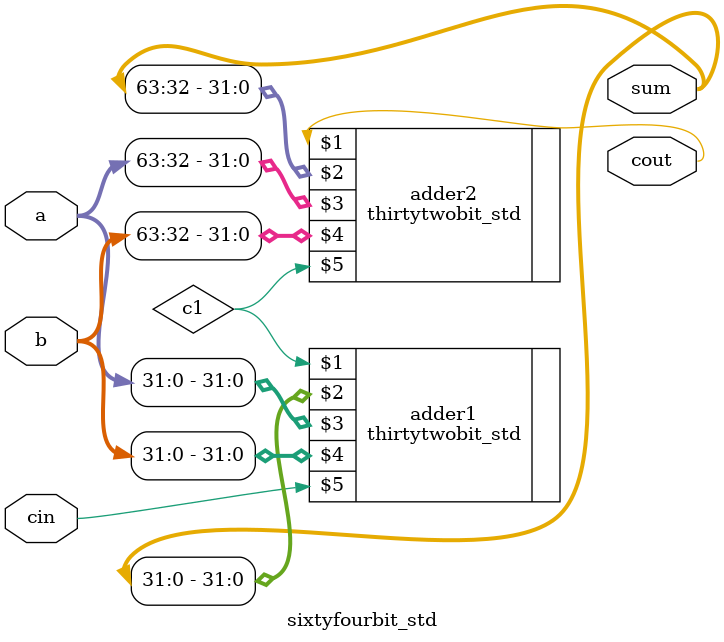
<source format=v>
module sixtyfourbit_std (cout, sum, a, b, cin);

output cout;
output [63:0]sum;
input [63:0]a;
input [63:0]b;
input cin;

wire c1;

thirtytwobit_std adder1 (c1, sum[31:0], a[31:0], b[31:0], cin);
thirtytwobit_std adder2 (cout, sum[63:32], a[63:32], b[63:32], c1);

endmodule
</source>
